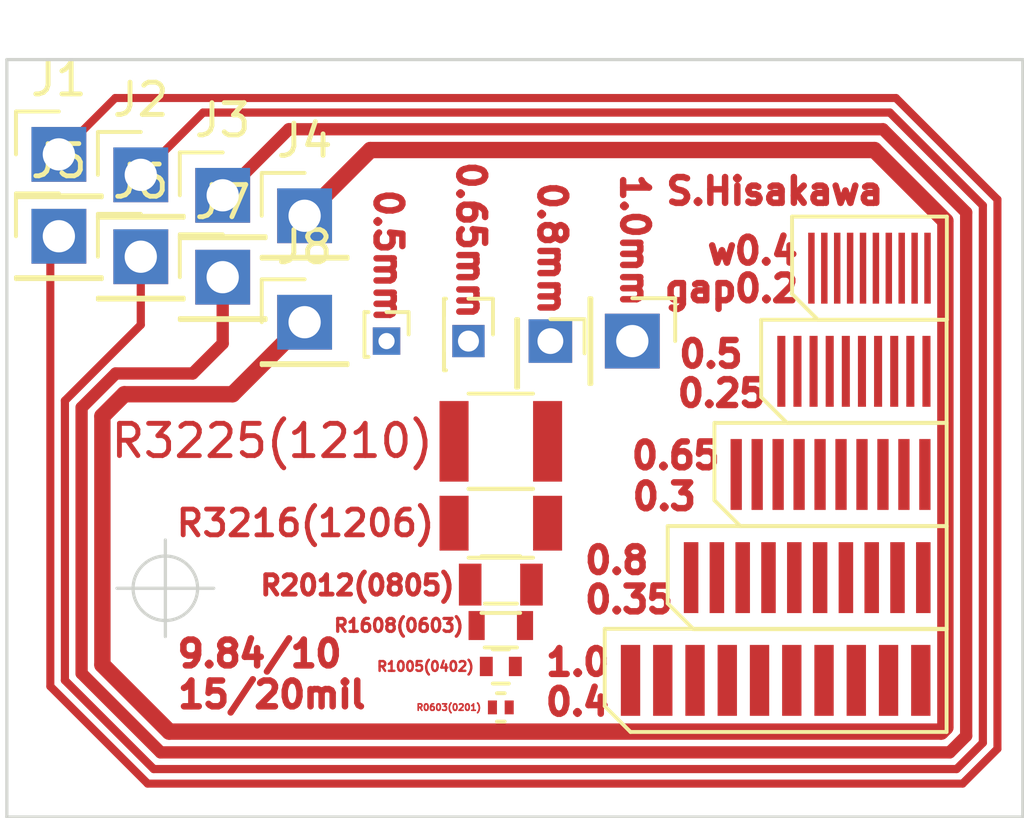
<source format=kicad_pcb>
(kicad_pcb (version 20171130) (host pcbnew "(5.1.6-0-10_14)")

  (general
    (thickness 1.6)
    (drawings 23)
    (tracks 42)
    (zones 0)
    (modules 23)
    (nets 5)
  )

  (page A4)
  (layers
    (0 F.Cu signal)
    (31 B.Cu signal)
    (32 B.Adhes user)
    (33 F.Adhes user)
    (34 B.Paste user)
    (35 F.Paste user)
    (36 B.SilkS user)
    (37 F.SilkS user hide)
    (38 B.Mask user)
    (39 F.Mask user)
    (40 Dwgs.User user)
    (41 Cmts.User user)
    (42 Eco1.User user)
    (43 Eco2.User user)
    (44 Edge.Cuts user)
    (45 Margin user)
    (46 B.CrtYd user hide)
    (47 F.CrtYd user hide)
    (48 B.Fab user hide)
    (49 F.Fab user hide)
  )

  (setup
    (last_trace_width 0.25)
    (user_trace_width 0.254)
    (user_trace_width 0.381)
    (user_trace_width 0.508)
    (trace_clearance 0.2)
    (zone_clearance 0.508)
    (zone_45_only no)
    (trace_min 0.2)
    (via_size 0.8)
    (via_drill 0.4)
    (via_min_size 0.4)
    (via_min_drill 0.3)
    (uvia_size 0.3)
    (uvia_drill 0.1)
    (uvias_allowed no)
    (uvia_min_size 0.2)
    (uvia_min_drill 0.1)
    (edge_width 0.1)
    (segment_width 0.2)
    (pcb_text_width 0.3)
    (pcb_text_size 1.5 1.5)
    (mod_edge_width 0.15)
    (mod_text_size 1 1)
    (mod_text_width 0.15)
    (pad_size 0.85 0.85)
    (pad_drill 0.5)
    (pad_to_mask_clearance 0)
    (aux_axis_origin 0 0)
    (visible_elements FFFFFF7F)
    (pcbplotparams
      (layerselection 0x010fc_ffffffff)
      (usegerberextensions false)
      (usegerberattributes true)
      (usegerberadvancedattributes true)
      (creategerberjobfile true)
      (excludeedgelayer true)
      (linewidth 0.100000)
      (plotframeref false)
      (viasonmask false)
      (mode 1)
      (useauxorigin false)
      (hpglpennumber 1)
      (hpglpenspeed 20)
      (hpglpendiameter 15.000000)
      (psnegative false)
      (psa4output false)
      (plotreference true)
      (plotvalue true)
      (plotinvisibletext false)
      (padsonsilk false)
      (subtractmaskfromsilk false)
      (outputformat 1)
      (mirror false)
      (drillshape 1)
      (scaleselection 1)
      (outputdirectory ""))
  )

  (net 0 "")
  (net 1 "Net-(J1-Pad1)")
  (net 2 "Net-(J2-Pad1)")
  (net 3 "Net-(J3-Pad1)")
  (net 4 "Net-(J4-Pad1)")

  (net_class Default "This is the default net class."
    (clearance 0.2)
    (trace_width 0.25)
    (via_dia 0.8)
    (via_drill 0.4)
    (uvia_dia 0.3)
    (uvia_drill 0.1)
    (add_net "Net-(J1-Pad1)")
    (add_net "Net-(J2-Pad1)")
    (add_net "Net-(J3-Pad1)")
    (add_net "Net-(J4-Pad1)")
  )

  (module fiberPCB:SOIC-10-0.4-gap0.2 (layer F.Cu) (tedit 0) (tstamp 60095669)
    (at 167.2463 39.4716)
    (path /600C47A1)
    (attr smd)
    (fp_text reference P.1 (at 0 2.6) (layer F.SilkS) hide
      (effects (font (size 1 1) (thickness 0.15)))
    )
    (fp_text value Conn_01x10_Male (at 0 -2.6) (layer F.Fab)
      (effects (font (size 1 1) (thickness 0.15)))
    )
    (fp_line (start -1.6 1.6) (end -2.4 0.8) (layer F.SilkS) (width 0.12))
    (fp_line (start -2.4 0.8) (end -2.4 -1.6) (layer F.SilkS) (width 0.12))
    (fp_line (start -2.4 -1.6) (end 2.4 -1.6) (layer F.SilkS) (width 0.12))
    (fp_line (start 2.4 -1.6) (end 2.4 1.6) (layer F.SilkS) (width 0.12))
    (fp_line (start 2.4 1.6) (end -1.6 1.6) (layer F.SilkS) (width 0.12))
    (fp_line (start -2.15 -1.35) (end 2.15 -1.35) (layer F.CrtYd) (width 0.05))
    (fp_line (start 2.15 -1.35) (end 2.15 1.35) (layer F.CrtYd) (width 0.05))
    (fp_line (start 2.15 1.35) (end -2.15 1.35) (layer F.CrtYd) (width 0.05))
    (fp_line (start -2.15 1.35) (end -2.15 -1.35) (layer F.CrtYd) (width 0.05))
    (pad 10 smd rect (at 1.8 0) (size 0.2 2.2) (layers F.Cu F.Paste F.Mask))
    (pad 9 smd rect (at 1.4 0) (size 0.2 2.2) (layers F.Cu F.Paste F.Mask))
    (pad 8 smd rect (at 1 0) (size 0.2 2.2) (layers F.Cu F.Paste F.Mask))
    (pad 7 smd rect (at 0.6 0) (size 0.2 2.2) (layers F.Cu F.Paste F.Mask))
    (pad 6 smd rect (at 0.2 0) (size 0.2 2.2) (layers F.Cu F.Paste F.Mask))
    (pad 5 smd rect (at -0.2 0) (size 0.2 2.2) (layers F.Cu F.Paste F.Mask))
    (pad 4 smd rect (at -0.6 0) (size 0.2 2.2) (layers F.Cu F.Paste F.Mask))
    (pad 3 smd rect (at -1 0) (size 0.2 2.2) (layers F.Cu F.Paste F.Mask))
    (pad 2 smd rect (at -1.4 0) (size 0.2 2.2) (layers F.Cu F.Paste F.Mask))
    (pad 1 smd rect (at -1.8 0) (size 0.2 2.2) (layers F.Cu F.Paste F.Mask))
  )

  (module Resistors_SMD:R_1210 (layer F.Cu) (tedit 58E0A804) (tstamp 600956E3)
    (at 155.8163 44.8437)
    (descr "Resistor SMD 1210, reflow soldering, Vishay (see dcrcw.pdf)")
    (tags "resistor 1210")
    (path /600B8FB5)
    (attr smd)
    (fp_text reference "R3225(1210)" (at -7.0866 -0.0127) (layer F.Cu)
      (effects (font (size 1 1) (thickness 0.15)))
    )
    (fp_text value Conn_01x02_Male (at 0 2.4) (layer F.Fab)
      (effects (font (size 1 1) (thickness 0.15)))
    )
    (fp_line (start 2.15 1.5) (end -2.15 1.5) (layer F.CrtYd) (width 0.05))
    (fp_line (start 2.15 1.5) (end 2.15 -1.5) (layer F.CrtYd) (width 0.05))
    (fp_line (start -2.15 -1.5) (end -2.15 1.5) (layer F.CrtYd) (width 0.05))
    (fp_line (start -2.15 -1.5) (end 2.15 -1.5) (layer F.CrtYd) (width 0.05))
    (fp_line (start -1 -1.48) (end 1 -1.48) (layer F.SilkS) (width 0.12))
    (fp_line (start 1 1.48) (end -1 1.48) (layer F.SilkS) (width 0.12))
    (fp_line (start -1.6 -1.25) (end 1.6 -1.25) (layer F.Fab) (width 0.1))
    (fp_line (start 1.6 -1.25) (end 1.6 1.25) (layer F.Fab) (width 0.1))
    (fp_line (start 1.6 1.25) (end -1.6 1.25) (layer F.Fab) (width 0.1))
    (fp_line (start -1.6 1.25) (end -1.6 -1.25) (layer F.Fab) (width 0.1))
    (fp_text user %R (at 0 0) (layer F.Fab)
      (effects (font (size 0.7 0.7) (thickness 0.105)))
    )
    (pad 1 smd rect (at -1.45 0) (size 0.9 2.5) (layers F.Cu F.Paste F.Mask))
    (pad 2 smd rect (at 1.45 0) (size 0.9 2.5) (layers F.Cu F.Paste F.Mask))
    (model ${KISYS3DMOD}/Resistors_SMD.3dshapes/R_1210.wrl
      (at (xyz 0 0 0))
      (scale (xyz 1 1 1))
      (rotate (xyz 0 0 0))
    )
  )

  (module Resistors_SMD:R_1206 (layer F.Cu) (tedit 58E0A804) (tstamp 600956E0)
    (at 155.8163 47.3837)
    (descr "Resistor SMD 1206, reflow soldering, Vishay (see dcrcw.pdf)")
    (tags "resistor 1206")
    (path /600B1D49)
    (attr smd)
    (fp_text reference "R3216(1206)" (at -6.0579 0) (layer F.Cu)
      (effects (font (size 0.8 0.8) (thickness 0.15)))
    )
    (fp_text value Conn_01x02_Male (at 0 1.95) (layer F.Fab)
      (effects (font (size 1 1) (thickness 0.15)))
    )
    (fp_line (start 2.15 1.1) (end -2.15 1.1) (layer F.CrtYd) (width 0.05))
    (fp_line (start 2.15 1.1) (end 2.15 -1.11) (layer F.CrtYd) (width 0.05))
    (fp_line (start -2.15 -1.11) (end -2.15 1.1) (layer F.CrtYd) (width 0.05))
    (fp_line (start -2.15 -1.11) (end 2.15 -1.11) (layer F.CrtYd) (width 0.05))
    (fp_line (start -1 -1.07) (end 1 -1.07) (layer F.SilkS) (width 0.12))
    (fp_line (start 1 1.07) (end -1 1.07) (layer F.SilkS) (width 0.12))
    (fp_line (start -1.6 -0.8) (end 1.6 -0.8) (layer F.Fab) (width 0.1))
    (fp_line (start 1.6 -0.8) (end 1.6 0.8) (layer F.Fab) (width 0.1))
    (fp_line (start 1.6 0.8) (end -1.6 0.8) (layer F.Fab) (width 0.1))
    (fp_line (start -1.6 0.8) (end -1.6 -0.8) (layer F.Fab) (width 0.1))
    (fp_text user %R (at 0 0) (layer F.Fab)
      (effects (font (size 0.7 0.7) (thickness 0.105)))
    )
    (pad 1 smd rect (at -1.45 0) (size 0.9 1.7) (layers F.Cu F.Paste F.Mask))
    (pad 2 smd rect (at 1.45 0) (size 0.9 1.7) (layers F.Cu F.Paste F.Mask))
    (model ${KISYS3DMOD}/Resistors_SMD.3dshapes/R_1206.wrl
      (at (xyz 0 0 0))
      (scale (xyz 1 1 1))
      (rotate (xyz 0 0 0))
    )
  )

  (module Resistors_SMD:R_0805 (layer F.Cu) (tedit 58E0A804) (tstamp 600956DD)
    (at 155.8163 49.2887)
    (descr "Resistor SMD 0805, reflow soldering, Vishay (see dcrcw.pdf)")
    (tags "resistor 0805")
    (path /600B1466)
    (attr smd)
    (fp_text reference "R2012(0805)" (at -4.445 0.0254) (layer F.Cu)
      (effects (font (size 0.6 0.6) (thickness 0.15)))
    )
    (fp_text value Conn_01x02_Male (at 0 1.75) (layer F.Fab)
      (effects (font (size 1 1) (thickness 0.15)))
    )
    (fp_line (start 1.55 0.9) (end -1.55 0.9) (layer F.CrtYd) (width 0.05))
    (fp_line (start 1.55 0.9) (end 1.55 -0.9) (layer F.CrtYd) (width 0.05))
    (fp_line (start -1.55 -0.9) (end -1.55 0.9) (layer F.CrtYd) (width 0.05))
    (fp_line (start -1.55 -0.9) (end 1.55 -0.9) (layer F.CrtYd) (width 0.05))
    (fp_line (start -0.6 -0.88) (end 0.6 -0.88) (layer F.SilkS) (width 0.12))
    (fp_line (start 0.6 0.88) (end -0.6 0.88) (layer F.SilkS) (width 0.12))
    (fp_line (start -1 -0.62) (end 1 -0.62) (layer F.Fab) (width 0.1))
    (fp_line (start 1 -0.62) (end 1 0.62) (layer F.Fab) (width 0.1))
    (fp_line (start 1 0.62) (end -1 0.62) (layer F.Fab) (width 0.1))
    (fp_line (start -1 0.62) (end -1 -0.62) (layer F.Fab) (width 0.1))
    (fp_text user %R (at 0 0) (layer F.Fab)
      (effects (font (size 0.5 0.5) (thickness 0.075)))
    )
    (pad 1 smd rect (at -0.95 0) (size 0.7 1.3) (layers F.Cu F.Paste F.Mask))
    (pad 2 smd rect (at 0.95 0) (size 0.7 1.3) (layers F.Cu F.Paste F.Mask))
    (model ${KISYS3DMOD}/Resistors_SMD.3dshapes/R_0805.wrl
      (at (xyz 0 0 0))
      (scale (xyz 1 1 1))
      (rotate (xyz 0 0 0))
    )
  )

  (module Resistors_SMD:R_0603 (layer F.Cu) (tedit 58E0A804) (tstamp 600956DA)
    (at 155.8163 50.5587)
    (descr "Resistor SMD 0603, reflow soldering, Vishay (see dcrcw.pdf)")
    (tags "resistor 0603")
    (path /600AFE65)
    (attr smd)
    (fp_text reference "R1608(0603)" (at -3.1623 0) (layer F.Cu)
      (effects (font (size 0.4 0.4) (thickness 0.1)))
    )
    (fp_text value Conn_01x02_Male (at 0 1.5) (layer F.Fab)
      (effects (font (size 1 1) (thickness 0.15)))
    )
    (fp_line (start 1.25 0.7) (end -1.25 0.7) (layer F.CrtYd) (width 0.05))
    (fp_line (start 1.25 0.7) (end 1.25 -0.7) (layer F.CrtYd) (width 0.05))
    (fp_line (start -1.25 -0.7) (end -1.25 0.7) (layer F.CrtYd) (width 0.05))
    (fp_line (start -1.25 -0.7) (end 1.25 -0.7) (layer F.CrtYd) (width 0.05))
    (fp_line (start -0.5 -0.68) (end 0.5 -0.68) (layer F.SilkS) (width 0.12))
    (fp_line (start 0.5 0.68) (end -0.5 0.68) (layer F.SilkS) (width 0.12))
    (fp_line (start -0.8 -0.4) (end 0.8 -0.4) (layer F.Fab) (width 0.1))
    (fp_line (start 0.8 -0.4) (end 0.8 0.4) (layer F.Fab) (width 0.1))
    (fp_line (start 0.8 0.4) (end -0.8 0.4) (layer F.Fab) (width 0.1))
    (fp_line (start -0.8 0.4) (end -0.8 -0.4) (layer F.Fab) (width 0.1))
    (fp_text user %R (at 0 0) (layer F.Fab)
      (effects (font (size 0.4 0.4) (thickness 0.075)))
    )
    (pad 1 smd rect (at -0.75 0) (size 0.5 0.9) (layers F.Cu F.Paste F.Mask))
    (pad 2 smd rect (at 0.75 0) (size 0.5 0.9) (layers F.Cu F.Paste F.Mask))
    (model ${KISYS3DMOD}/Resistors_SMD.3dshapes/R_0603.wrl
      (at (xyz 0 0 0))
      (scale (xyz 1 1 1))
      (rotate (xyz 0 0 0))
    )
  )

  (module Resistors_SMD:R_0402 (layer F.Cu) (tedit 58E0A804) (tstamp 60096377)
    (at 155.8163 51.8287)
    (descr "Resistor SMD 0402, reflow soldering, Vishay (see dcrcw.pdf)")
    (tags "resistor 0402")
    (path /600B41BA)
    (attr smd)
    (fp_text reference "R1005(0402)" (at -2.3368 0) (layer F.Cu)
      (effects (font (size 0.3 0.3) (thickness 0.075)))
    )
    (fp_text value Conn_01x02_Male (at 0 1.45) (layer F.Fab)
      (effects (font (size 1 1) (thickness 0.15)))
    )
    (fp_line (start 0.8 0.45) (end -0.8 0.45) (layer F.CrtYd) (width 0.05))
    (fp_line (start 0.8 0.45) (end 0.8 -0.45) (layer F.CrtYd) (width 0.05))
    (fp_line (start -0.8 -0.45) (end -0.8 0.45) (layer F.CrtYd) (width 0.05))
    (fp_line (start -0.8 -0.45) (end 0.8 -0.45) (layer F.CrtYd) (width 0.05))
    (fp_line (start -0.25 0.53) (end 0.25 0.53) (layer F.SilkS) (width 0.12))
    (fp_line (start 0.25 -0.53) (end -0.25 -0.53) (layer F.SilkS) (width 0.12))
    (fp_line (start -0.5 -0.25) (end 0.5 -0.25) (layer F.Fab) (width 0.1))
    (fp_line (start 0.5 -0.25) (end 0.5 0.25) (layer F.Fab) (width 0.1))
    (fp_line (start 0.5 0.25) (end -0.5 0.25) (layer F.Fab) (width 0.1))
    (fp_line (start -0.5 0.25) (end -0.5 -0.25) (layer F.Fab) (width 0.1))
    (fp_text user %R (at 0 -1.35) (layer F.Fab)
      (effects (font (size 1 1) (thickness 0.15)))
    )
    (pad 1 smd rect (at -0.45 0) (size 0.4 0.6) (layers F.Cu F.Paste F.Mask))
    (pad 2 smd rect (at 0.45 0) (size 0.4 0.6) (layers F.Cu F.Paste F.Mask))
    (model ${KISYS3DMOD}/Resistors_SMD.3dshapes/R_0402.wrl
      (at (xyz 0 0 0))
      (scale (xyz 1 1 1))
      (rotate (xyz 0 0 0))
    )
  )

  (module Resistors_SMD:R_0201 (layer F.Cu) (tedit 58E0A804) (tstamp 600963A7)
    (at 155.8163 53.0987)
    (descr "Resistor SMD 0201, reflow soldering, Vishay (see crcw0201e3.pdf)")
    (tags "resistor 0201")
    (path /600B6EEB)
    (attr smd)
    (fp_text reference "R0603(0201)" (at -1.6129 0) (layer F.Cu)
      (effects (font (size 0.2 0.2) (thickness 0.05)))
    )
    (fp_text value Conn_01x02_Male (at 0 1.3) (layer F.Fab)
      (effects (font (size 1 1) (thickness 0.15)))
    )
    (fp_line (start 0.55 0.36) (end -0.55 0.36) (layer F.CrtYd) (width 0.05))
    (fp_line (start 0.55 0.36) (end 0.55 -0.37) (layer F.CrtYd) (width 0.05))
    (fp_line (start -0.55 -0.37) (end -0.55 0.36) (layer F.CrtYd) (width 0.05))
    (fp_line (start -0.55 -0.37) (end 0.55 -0.37) (layer F.CrtYd) (width 0.05))
    (fp_line (start -0.12 0.44) (end 0.12 0.44) (layer F.SilkS) (width 0.12))
    (fp_line (start 0.12 -0.44) (end -0.12 -0.44) (layer F.SilkS) (width 0.12))
    (fp_line (start -0.3 -0.15) (end 0.3 -0.15) (layer F.Fab) (width 0.1))
    (fp_line (start 0.3 -0.15) (end 0.3 0.15) (layer F.Fab) (width 0.1))
    (fp_line (start 0.3 0.15) (end -0.3 0.15) (layer F.Fab) (width 0.1))
    (fp_line (start -0.3 0.15) (end -0.3 -0.15) (layer F.Fab) (width 0.1))
    (fp_text user %R (at 0 -1.25) (layer F.Fab)
      (effects (font (size 1 1) (thickness 0.15)))
    )
    (pad 1 smd rect (at -0.26 0) (size 0.28 0.43) (layers F.Cu F.Paste F.Mask))
    (pad 2 smd rect (at 0.26 0) (size 0.28 0.43) (layers F.Cu F.Paste F.Mask))
    (model ${KISYS3DMOD}/Resistors_SMD.3dshapes/R_0201.wrl
      (at (xyz 0 0 0))
      (scale (xyz 1 1 1))
      (rotate (xyz 0 0 0))
    )
  )

  (module Pin_Headers:Pin_Header_Straight_1x01_Pitch2.54mm (layer F.Cu) (tedit 60093562) (tstamp 600956D1)
    (at 159.893 41.734 270)
    (descr "Through hole straight pin header, 1x01, 2.54mm pitch, single row")
    (tags "Through hole pin header THT 1x01 2.54mm single row")
    (path /600C2F8F)
    (fp_text reference PH_Pitch2.54 (at 0 -2.33 90) (layer F.SilkS) hide
      (effects (font (size 1 1) (thickness 0.15)))
    )
    (fp_text value Conn_01x01_Male (at 0 2.33 90) (layer F.Fab)
      (effects (font (size 1 1) (thickness 0.15)))
    )
    (fp_line (start 1.8 -1.8) (end -1.8 -1.8) (layer F.CrtYd) (width 0.05))
    (fp_line (start 1.8 1.8) (end 1.8 -1.8) (layer F.CrtYd) (width 0.05))
    (fp_line (start -1.8 1.8) (end 1.8 1.8) (layer F.CrtYd) (width 0.05))
    (fp_line (start -1.8 -1.8) (end -1.8 1.8) (layer F.CrtYd) (width 0.05))
    (fp_line (start -1.33 -1.33) (end 0 -1.33) (layer F.SilkS) (width 0.12))
    (fp_line (start -1.33 0) (end -1.33 -1.33) (layer F.SilkS) (width 0.12))
    (fp_line (start -1.33 1.27) (end 1.33 1.27) (layer F.SilkS) (width 0.12))
    (fp_line (start 1.33 1.27) (end 1.33 1.33) (layer F.SilkS) (width 0.12))
    (fp_line (start -1.33 1.27) (end -1.33 1.33) (layer F.SilkS) (width 0.12))
    (fp_line (start -1.33 1.33) (end 1.33 1.33) (layer F.SilkS) (width 0.12))
    (fp_line (start -1.27 -0.635) (end -0.635 -1.27) (layer F.Fab) (width 0.1))
    (fp_line (start -1.27 1.27) (end -1.27 -0.635) (layer F.Fab) (width 0.1))
    (fp_line (start 1.27 1.27) (end -1.27 1.27) (layer F.Fab) (width 0.1))
    (fp_line (start 1.27 -1.27) (end 1.27 1.27) (layer F.Fab) (width 0.1))
    (fp_line (start -0.635 -1.27) (end 1.27 -1.27) (layer F.Fab) (width 0.1))
    (fp_text user %R (at 0 0) (layer F.Fab)
      (effects (font (size 1 1) (thickness 0.15)))
    )
    (pad 1 thru_hole rect (at 0 0 270) (size 1.7 1.7) (drill 1) (layers *.Cu *.Mask))
    (model ${KISYS3DMOD}/Pin_Headers.3dshapes/Pin_Header_Straight_1x01_Pitch2.54mm.wrl
      (at (xyz 0 0 0))
      (scale (xyz 1 1 1))
      (rotate (xyz 0 0 0))
    )
  )

  (module Pin_Headers:Pin_Header_Straight_1x01_Pitch2.00mm (layer F.Cu) (tedit 60093566) (tstamp 600956CE)
    (at 157.353 42.114 270)
    (descr "Through hole straight pin header, 1x01, 2.00mm pitch, single row")
    (tags "Through hole pin header THT 1x01 2.00mm single row")
    (path /600C18C8)
    (fp_text reference PH_Pitch2.00 (at 0 -2.06 90) (layer F.SilkS) hide
      (effects (font (size 1 1) (thickness 0.15)))
    )
    (fp_text value Conn_01x01_Male (at 0 2.06 90) (layer F.Fab)
      (effects (font (size 1 1) (thickness 0.15)))
    )
    (fp_line (start 1.5 -1.5) (end -1.5 -1.5) (layer F.CrtYd) (width 0.05))
    (fp_line (start 1.5 1.5) (end 1.5 -1.5) (layer F.CrtYd) (width 0.05))
    (fp_line (start -1.5 1.5) (end 1.5 1.5) (layer F.CrtYd) (width 0.05))
    (fp_line (start -1.5 -1.5) (end -1.5 1.5) (layer F.CrtYd) (width 0.05))
    (fp_line (start -1.06 -1.06) (end 0 -1.06) (layer F.SilkS) (width 0.12))
    (fp_line (start -1.06 0) (end -1.06 -1.06) (layer F.SilkS) (width 0.12))
    (fp_line (start -1.06 1) (end 1.06 1) (layer F.SilkS) (width 0.12))
    (fp_line (start 1.06 1) (end 1.06 1.06) (layer F.SilkS) (width 0.12))
    (fp_line (start -1.06 1) (end -1.06 1.06) (layer F.SilkS) (width 0.12))
    (fp_line (start -1.06 1.06) (end 1.06 1.06) (layer F.SilkS) (width 0.12))
    (fp_line (start -1 -0.5) (end -0.5 -1) (layer F.Fab) (width 0.1))
    (fp_line (start -1 1) (end -1 -0.5) (layer F.Fab) (width 0.1))
    (fp_line (start 1 1) (end -1 1) (layer F.Fab) (width 0.1))
    (fp_line (start 1 -1) (end 1 1) (layer F.Fab) (width 0.1))
    (fp_line (start -0.5 -1) (end 1 -1) (layer F.Fab) (width 0.1))
    (fp_text user %R (at 0 0) (layer F.Fab)
      (effects (font (size 1 1) (thickness 0.15)))
    )
    (pad 1 thru_hole rect (at -0.38 0 270) (size 1.35 1.35) (drill 0.8) (layers *.Cu *.Mask))
    (model ${KISYS3DMOD}/Pin_Headers.3dshapes/Pin_Header_Straight_1x01_Pitch2.00mm.wrl
      (at (xyz 0 0 0))
      (scale (xyz 1 1 1))
      (rotate (xyz 0 0 0))
    )
  )

  (module Pin_Headers:Pin_Header_Straight_1x01_Pitch1.00mm (layer F.Cu) (tedit 6009356D) (tstamp 600956CB)
    (at 152.273 41.529 270)
    (descr "Through hole straight pin header, 1x01, 1.00mm pitch, single row")
    (tags "Through hole pin header THT 1x01 1.00mm single row")
    (path /600C05F6)
    (fp_text reference PH_Pitch1.00 (at 0 -1.56 90) (layer F.SilkS) hide
      (effects (font (size 1 1) (thickness 0.15)))
    )
    (fp_text value Conn_01x01_Male (at 0 1.56 90) (layer F.Fab)
      (effects (font (size 1 1) (thickness 0.15)))
    )
    (fp_line (start 1.15 -1) (end -1.15 -1) (layer F.CrtYd) (width 0.05))
    (fp_line (start 1.15 1) (end 1.15 -1) (layer F.CrtYd) (width 0.05))
    (fp_line (start -1.15 1) (end 1.15 1) (layer F.CrtYd) (width 0.05))
    (fp_line (start -1.15 -1) (end -1.15 1) (layer F.CrtYd) (width 0.05))
    (fp_line (start -0.695 -0.685) (end 0 -0.685) (layer F.SilkS) (width 0.12))
    (fp_line (start -0.695 0) (end -0.695 -0.685) (layer F.SilkS) (width 0.12))
    (fp_line (start 0.608276 0.685) (end 0.695 0.685) (layer F.SilkS) (width 0.12))
    (fp_line (start -0.695 0.685) (end -0.608276 0.685) (layer F.SilkS) (width 0.12))
    (fp_line (start 0.695 0.685) (end 0.695 0.56) (layer F.SilkS) (width 0.12))
    (fp_line (start -0.695 0.685) (end -0.695 0.56) (layer F.SilkS) (width 0.12))
    (fp_line (start -0.695 0.685) (end 0.695 0.685) (layer F.SilkS) (width 0.12))
    (fp_line (start -0.635 -0.1825) (end -0.3175 -0.5) (layer F.Fab) (width 0.1))
    (fp_line (start -0.635 0.5) (end -0.635 -0.1825) (layer F.Fab) (width 0.1))
    (fp_line (start 0.635 0.5) (end -0.635 0.5) (layer F.Fab) (width 0.1))
    (fp_line (start 0.635 -0.5) (end 0.635 0.5) (layer F.Fab) (width 0.1))
    (fp_line (start -0.3175 -0.5) (end 0.635 -0.5) (layer F.Fab) (width 0.1))
    (fp_text user %R (at 0 0) (layer F.Fab)
      (effects (font (size 0.76 0.76) (thickness 0.114)))
    )
    (pad 1 thru_hole rect (at 0.205 0 270) (size 0.85 0.85) (drill 0.5) (layers *.Cu *.Mask))
    (model ${KISYS3DMOD}/Pin_Headers.3dshapes/Pin_Header_Straight_1x01_Pitch1.00mm.wrl
      (at (xyz 0 0 0))
      (scale (xyz 1 1 1))
      (rotate (xyz 0 0 0))
    )
  )

  (module Pin_Headers:Pin_Header_Straight_1x01_Pitch1.27mm (layer F.Cu) (tedit 6009356A) (tstamp 600956C8)
    (at 154.813 41.529 270)
    (descr "Through hole straight pin header, 1x01, 1.27mm pitch, single row")
    (tags "Through hole pin header THT 1x01 1.27mm single row")
    (path /600C0F74)
    (fp_text reference PH_Pitch1.27 (at 0 -1.695 90) (layer F.SilkS) hide
      (effects (font (size 1 1) (thickness 0.15)))
    )
    (fp_text value Conn_01x01_Male (at 0 1.695 90) (layer F.Fab)
      (effects (font (size 1 1) (thickness 0.15)))
    )
    (fp_line (start 1.55 -1.15) (end -1.55 -1.15) (layer F.CrtYd) (width 0.05))
    (fp_line (start 1.55 1.15) (end 1.55 -1.15) (layer F.CrtYd) (width 0.05))
    (fp_line (start -1.55 1.15) (end 1.55 1.15) (layer F.CrtYd) (width 0.05))
    (fp_line (start -1.55 -1.15) (end -1.55 1.15) (layer F.CrtYd) (width 0.05))
    (fp_line (start -1.11 -0.76) (end 0 -0.76) (layer F.SilkS) (width 0.12))
    (fp_line (start -1.11 0) (end -1.11 -0.76) (layer F.SilkS) (width 0.12))
    (fp_line (start 0.563471 0.76) (end 1.11 0.76) (layer F.SilkS) (width 0.12))
    (fp_line (start -1.11 0.76) (end -0.563471 0.76) (layer F.SilkS) (width 0.12))
    (fp_line (start 1.11 0.76) (end 1.11 0.695) (layer F.SilkS) (width 0.12))
    (fp_line (start -1.11 0.76) (end -1.11 0.695) (layer F.SilkS) (width 0.12))
    (fp_line (start -1.11 0.76) (end 1.11 0.76) (layer F.SilkS) (width 0.12))
    (fp_line (start -1.05 -0.11) (end -0.525 -0.635) (layer F.Fab) (width 0.1))
    (fp_line (start -1.05 0.635) (end -1.05 -0.11) (layer F.Fab) (width 0.1))
    (fp_line (start 1.05 0.635) (end -1.05 0.635) (layer F.Fab) (width 0.1))
    (fp_line (start 1.05 -0.635) (end 1.05 0.635) (layer F.Fab) (width 0.1))
    (fp_line (start -0.525 -0.635) (end 1.05 -0.635) (layer F.Fab) (width 0.1))
    (fp_text user %R (at 0 0) (layer F.Fab)
      (effects (font (size 1 1) (thickness 0.15)))
    )
    (pad 1 thru_hole rect (at 0.205 0 270) (size 1 1) (drill 0.65) (layers *.Cu *.Mask))
    (model ${KISYS3DMOD}/Pin_Headers.3dshapes/Pin_Header_Straight_1x01_Pitch1.27mm.wrl
      (at (xyz 0 0 0))
      (scale (xyz 1 1 1))
      (rotate (xyz 0 0 0))
    )
  )

  (module fiberPCB:SOIC-10-1.0-gap0.4 (layer F.Cu) (tedit 0) (tstamp 60096225)
    (at 164.338 52.2605)
    (path /600CAFD7)
    (attr smd)
    (fp_text reference P5 (at 0 2.6) (layer F.SilkS) hide
      (effects (font (size 1 1) (thickness 0.15)))
    )
    (fp_text value Conn_01x10_Male (at 0 -2.6) (layer F.Fab)
      (effects (font (size 1 1) (thickness 0.15)))
    )
    (fp_line (start -4.5 1.6) (end -5.3 0.8) (layer F.SilkS) (width 0.12))
    (fp_line (start -5.3 0.8) (end -5.3 -1.6) (layer F.SilkS) (width 0.12))
    (fp_line (start -5.3 -1.6) (end 5.3 -1.6) (layer F.SilkS) (width 0.12))
    (fp_line (start 5.3 -1.6) (end 5.3 1.6) (layer F.SilkS) (width 0.12))
    (fp_line (start 5.3 1.6) (end -4.5 1.6) (layer F.SilkS) (width 0.12))
    (fp_line (start -5.05 -1.35) (end 5.05 -1.35) (layer F.CrtYd) (width 0.05))
    (fp_line (start 5.05 -1.35) (end 5.05 1.35) (layer F.CrtYd) (width 0.05))
    (fp_line (start 5.05 1.35) (end -5.05 1.35) (layer F.CrtYd) (width 0.05))
    (fp_line (start -5.05 1.35) (end -5.05 -1.35) (layer F.CrtYd) (width 0.05))
    (pad 10 smd rect (at 4.5 0) (size 0.6 2.2) (layers F.Cu F.Paste F.Mask))
    (pad 9 smd rect (at 3.5 0) (size 0.6 2.2) (layers F.Cu F.Paste F.Mask))
    (pad 8 smd rect (at 2.5 0) (size 0.6 2.2) (layers F.Cu F.Paste F.Mask))
    (pad 7 smd rect (at 1.5 0) (size 0.6 2.2) (layers F.Cu F.Paste F.Mask))
    (pad 6 smd rect (at 0.5 0) (size 0.6 2.2) (layers F.Cu F.Paste F.Mask))
    (pad 5 smd rect (at -0.5 0) (size 0.6 2.2) (layers F.Cu F.Paste F.Mask))
    (pad 4 smd rect (at -1.5 0) (size 0.6 2.2) (layers F.Cu F.Paste F.Mask))
    (pad 3 smd rect (at -2.5 0) (size 0.6 2.2) (layers F.Cu F.Paste F.Mask))
    (pad 2 smd rect (at -3.5 0) (size 0.6 2.2) (layers F.Cu F.Paste F.Mask))
    (pad 1 smd rect (at -4.5 0) (size 0.6 2.2) (layers F.Cu F.Paste F.Mask))
  )

  (module fiberPCB:SOIC-10-0.8-gap0.35 (layer F.Cu) (tedit 0) (tstamp 600960A7)
    (at 165.3159 49.0728)
    (path /600C964E)
    (attr smd)
    (fp_text reference P.4 (at 0 2.6) (layer F.SilkS) hide
      (effects (font (size 1 1) (thickness 0.15)))
    )
    (fp_text value Conn_01x10_Male (at 0 -2.6) (layer F.Fab)
      (effects (font (size 1 1) (thickness 0.15)))
    )
    (fp_line (start -3.525 1.6) (end -4.325 0.8) (layer F.SilkS) (width 0.12))
    (fp_line (start -4.325 0.8) (end -4.325 -1.6) (layer F.SilkS) (width 0.12))
    (fp_line (start -4.325 -1.6) (end 4.325 -1.6) (layer F.SilkS) (width 0.12))
    (fp_line (start 4.325 -1.6) (end 4.325 1.6) (layer F.SilkS) (width 0.12))
    (fp_line (start 4.325 1.6) (end -3.525 1.6) (layer F.SilkS) (width 0.12))
    (fp_line (start -4.08 -1.35) (end 4.08 -1.35) (layer F.CrtYd) (width 0.05))
    (fp_line (start 4.08 -1.35) (end 4.08 1.35) (layer F.CrtYd) (width 0.05))
    (fp_line (start 4.08 1.35) (end -4.08 1.35) (layer F.CrtYd) (width 0.05))
    (fp_line (start -4.08 1.35) (end -4.08 -1.35) (layer F.CrtYd) (width 0.05))
    (pad 10 smd rect (at 3.6 0) (size 0.45 2.2) (layers F.Cu F.Paste F.Mask))
    (pad 9 smd rect (at 2.8 0) (size 0.45 2.2) (layers F.Cu F.Paste F.Mask))
    (pad 8 smd rect (at 2 0) (size 0.45 2.2) (layers F.Cu F.Paste F.Mask))
    (pad 7 smd rect (at 1.2 0) (size 0.45 2.2) (layers F.Cu F.Paste F.Mask))
    (pad 6 smd rect (at 0.4 0) (size 0.45 2.2) (layers F.Cu F.Paste F.Mask))
    (pad 5 smd rect (at -0.4 0) (size 0.45 2.2) (layers F.Cu F.Paste F.Mask))
    (pad 4 smd rect (at -1.2 0) (size 0.45 2.2) (layers F.Cu F.Paste F.Mask))
    (pad 3 smd rect (at -2 0) (size 0.45 2.2) (layers F.Cu F.Paste F.Mask))
    (pad 2 smd rect (at -2.8 0) (size 0.45 2.2) (layers F.Cu F.Paste F.Mask))
    (pad 1 smd rect (at -3.6 0) (size 0.45 2.2) (layers F.Cu F.Paste F.Mask))
  )

  (module fiberPCB:SOIC-10-0.65-gap0.3 (layer F.Cu) (tedit 0) (tstamp 60095697)
    (at 166.0398 45.8724)
    (path /600C7871)
    (attr smd)
    (fp_text reference P.3 (at 0 2.6) (layer F.SilkS) hide
      (effects (font (size 1 1) (thickness 0.15)))
    )
    (fp_text value Conn_01x10_Male (at 0 -2.6) (layer F.Fab)
      (effects (font (size 1 1) (thickness 0.15)))
    )
    (fp_line (start -2.8 1.6) (end -3.6 0.8) (layer F.SilkS) (width 0.12))
    (fp_line (start -3.6 0.8) (end -3.6 -1.6) (layer F.SilkS) (width 0.12))
    (fp_line (start -3.6 -1.6) (end 3.6 -1.6) (layer F.SilkS) (width 0.12))
    (fp_line (start 3.6 -1.6) (end 3.6 1.6) (layer F.SilkS) (width 0.12))
    (fp_line (start 3.6 1.6) (end -2.8 1.6) (layer F.SilkS) (width 0.12))
    (fp_line (start -3.35 -1.35) (end 3.35 -1.35) (layer F.CrtYd) (width 0.05))
    (fp_line (start 3.35 -1.35) (end 3.35 1.35) (layer F.CrtYd) (width 0.05))
    (fp_line (start 3.35 1.35) (end -3.35 1.35) (layer F.CrtYd) (width 0.05))
    (fp_line (start -3.35 1.35) (end -3.35 -1.35) (layer F.CrtYd) (width 0.05))
    (pad 10 smd rect (at 2.925 0) (size 0.35 2.2) (layers F.Cu F.Paste F.Mask))
    (pad 9 smd rect (at 2.275 0) (size 0.35 2.2) (layers F.Cu F.Paste F.Mask))
    (pad 8 smd rect (at 1.625 0) (size 0.35 2.2) (layers F.Cu F.Paste F.Mask))
    (pad 7 smd rect (at 0.975 0) (size 0.35 2.2) (layers F.Cu F.Paste F.Mask))
    (pad 6 smd rect (at 0.325 0) (size 0.35 2.2) (layers F.Cu F.Paste F.Mask))
    (pad 5 smd rect (at -0.325 0) (size 0.35 2.2) (layers F.Cu F.Paste F.Mask))
    (pad 4 smd rect (at -0.975 0) (size 0.35 2.2) (layers F.Cu F.Paste F.Mask))
    (pad 3 smd rect (at -1.625 0) (size 0.35 2.2) (layers F.Cu F.Paste F.Mask))
    (pad 2 smd rect (at -2.275 0) (size 0.35 2.2) (layers F.Cu F.Paste F.Mask))
    (pad 1 smd rect (at -2.925 0) (size 0.35 2.2) (layers F.Cu F.Paste F.Mask))
  )

  (module fiberPCB:SOIC-10-0.5-gap0.25 (layer F.Cu) (tedit 0) (tstamp 60095C5B)
    (at 166.7637 42.672)
    (path /600C5B49)
    (attr smd)
    (fp_text reference P.2 (at 0 2.6) (layer F.SilkS) hide
      (effects (font (size 1 1) (thickness 0.15)))
    )
    (fp_text value Conn_01x10_Male (at 0 -2.6) (layer F.Fab)
      (effects (font (size 1 1) (thickness 0.15)))
    )
    (fp_line (start -2.63 1.35) (end -2.63 -1.35) (layer F.CrtYd) (width 0.05))
    (fp_line (start 2.63 1.35) (end -2.63 1.35) (layer F.CrtYd) (width 0.05))
    (fp_line (start 2.63 -1.35) (end 2.63 1.35) (layer F.CrtYd) (width 0.05))
    (fp_line (start -2.63 -1.35) (end 2.63 -1.35) (layer F.CrtYd) (width 0.05))
    (fp_line (start 2.875 1.6) (end -2.075 1.6) (layer F.SilkS) (width 0.12))
    (fp_line (start 2.875 -1.6) (end 2.875 1.6) (layer F.SilkS) (width 0.12))
    (fp_line (start -2.875 -1.6) (end 2.875 -1.6) (layer F.SilkS) (width 0.12))
    (fp_line (start -2.875 0.8) (end -2.875 -1.6) (layer F.SilkS) (width 0.12))
    (fp_line (start -2.075 1.6) (end -2.875 0.8) (layer F.SilkS) (width 0.12))
    (pad 10 smd rect (at 2.25 0) (size 0.25 2.2) (layers F.Cu F.Paste F.Mask))
    (pad 9 smd rect (at 1.75 0) (size 0.25 2.2) (layers F.Cu F.Paste F.Mask))
    (pad 8 smd rect (at 1.25 0) (size 0.25 2.2) (layers F.Cu F.Paste F.Mask))
    (pad 7 smd rect (at 0.75 0) (size 0.25 2.2) (layers F.Cu F.Paste F.Mask))
    (pad 6 smd rect (at 0.25 0) (size 0.25 2.2) (layers F.Cu F.Paste F.Mask))
    (pad 5 smd rect (at -0.25 0) (size 0.25 2.2) (layers F.Cu F.Paste F.Mask))
    (pad 4 smd rect (at -0.75 0) (size 0.25 2.2) (layers F.Cu F.Paste F.Mask))
    (pad 3 smd rect (at -1.25 0) (size 0.25 2.2) (layers F.Cu F.Paste F.Mask))
    (pad 2 smd rect (at -1.75 0) (size 0.25 2.2) (layers F.Cu F.Paste F.Mask))
    (pad 1 smd rect (at -2.25 0) (size 0.25 2.2) (layers F.Cu F.Paste F.Mask))
  )

  (module Pin_Headers:Pin_Header_Straight_1x01_Pitch2.54mm (layer F.Cu) (tedit 59650532) (tstamp 6009231A)
    (at 149.733 41.148)
    (descr "Through hole straight pin header, 1x01, 2.54mm pitch, single row")
    (tags "Through hole pin header THT 1x01 2.54mm single row")
    (path /60097B96)
    (fp_text reference J8 (at 0 -2.33) (layer F.SilkS)
      (effects (font (size 1 1) (thickness 0.15)))
    )
    (fp_text value Conn_01x01_Male (at 0 2.33) (layer F.Fab)
      (effects (font (size 1 1) (thickness 0.15)))
    )
    (fp_line (start 1.8 -1.8) (end -1.8 -1.8) (layer F.CrtYd) (width 0.05))
    (fp_line (start 1.8 1.8) (end 1.8 -1.8) (layer F.CrtYd) (width 0.05))
    (fp_line (start -1.8 1.8) (end 1.8 1.8) (layer F.CrtYd) (width 0.05))
    (fp_line (start -1.8 -1.8) (end -1.8 1.8) (layer F.CrtYd) (width 0.05))
    (fp_line (start -1.33 -1.33) (end 0 -1.33) (layer F.SilkS) (width 0.12))
    (fp_line (start -1.33 0) (end -1.33 -1.33) (layer F.SilkS) (width 0.12))
    (fp_line (start -1.33 1.27) (end 1.33 1.27) (layer F.SilkS) (width 0.12))
    (fp_line (start 1.33 1.27) (end 1.33 1.33) (layer F.SilkS) (width 0.12))
    (fp_line (start -1.33 1.27) (end -1.33 1.33) (layer F.SilkS) (width 0.12))
    (fp_line (start -1.33 1.33) (end 1.33 1.33) (layer F.SilkS) (width 0.12))
    (fp_line (start -1.27 -0.635) (end -0.635 -1.27) (layer F.Fab) (width 0.1))
    (fp_line (start -1.27 1.27) (end -1.27 -0.635) (layer F.Fab) (width 0.1))
    (fp_line (start 1.27 1.27) (end -1.27 1.27) (layer F.Fab) (width 0.1))
    (fp_line (start 1.27 -1.27) (end 1.27 1.27) (layer F.Fab) (width 0.1))
    (fp_line (start -0.635 -1.27) (end 1.27 -1.27) (layer F.Fab) (width 0.1))
    (fp_text user %R (at 0 0 90) (layer F.Fab)
      (effects (font (size 1 1) (thickness 0.15)))
    )
    (pad 1 thru_hole rect (at 0 0) (size 1.7 1.7) (drill 1) (layers *.Cu *.Mask)
      (net 4 "Net-(J4-Pad1)"))
    (model ${KISYS3DMOD}/Pin_Headers.3dshapes/Pin_Header_Straight_1x01_Pitch2.54mm.wrl
      (at (xyz 0 0 0))
      (scale (xyz 1 1 1))
      (rotate (xyz 0 0 0))
    )
  )

  (module Pin_Headers:Pin_Header_Straight_1x01_Pitch2.54mm (layer F.Cu) (tedit 59650532) (tstamp 60092312)
    (at 147.193 39.751)
    (descr "Through hole straight pin header, 1x01, 2.54mm pitch, single row")
    (tags "Through hole pin header THT 1x01 2.54mm single row")
    (path /60096F18)
    (fp_text reference J7 (at 0 -2.33) (layer F.SilkS)
      (effects (font (size 1 1) (thickness 0.15)))
    )
    (fp_text value Conn_01x01_Male (at 0 2.33) (layer F.Fab)
      (effects (font (size 1 1) (thickness 0.15)))
    )
    (fp_line (start 1.8 -1.8) (end -1.8 -1.8) (layer F.CrtYd) (width 0.05))
    (fp_line (start 1.8 1.8) (end 1.8 -1.8) (layer F.CrtYd) (width 0.05))
    (fp_line (start -1.8 1.8) (end 1.8 1.8) (layer F.CrtYd) (width 0.05))
    (fp_line (start -1.8 -1.8) (end -1.8 1.8) (layer F.CrtYd) (width 0.05))
    (fp_line (start -1.33 -1.33) (end 0 -1.33) (layer F.SilkS) (width 0.12))
    (fp_line (start -1.33 0) (end -1.33 -1.33) (layer F.SilkS) (width 0.12))
    (fp_line (start -1.33 1.27) (end 1.33 1.27) (layer F.SilkS) (width 0.12))
    (fp_line (start 1.33 1.27) (end 1.33 1.33) (layer F.SilkS) (width 0.12))
    (fp_line (start -1.33 1.27) (end -1.33 1.33) (layer F.SilkS) (width 0.12))
    (fp_line (start -1.33 1.33) (end 1.33 1.33) (layer F.SilkS) (width 0.12))
    (fp_line (start -1.27 -0.635) (end -0.635 -1.27) (layer F.Fab) (width 0.1))
    (fp_line (start -1.27 1.27) (end -1.27 -0.635) (layer F.Fab) (width 0.1))
    (fp_line (start 1.27 1.27) (end -1.27 1.27) (layer F.Fab) (width 0.1))
    (fp_line (start 1.27 -1.27) (end 1.27 1.27) (layer F.Fab) (width 0.1))
    (fp_line (start -0.635 -1.27) (end 1.27 -1.27) (layer F.Fab) (width 0.1))
    (fp_text user %R (at 0 0 90) (layer F.Fab)
      (effects (font (size 1 1) (thickness 0.15)))
    )
    (pad 1 thru_hole rect (at 0 0) (size 1.7 1.7) (drill 1) (layers *.Cu *.Mask)
      (net 3 "Net-(J3-Pad1)"))
    (model ${KISYS3DMOD}/Pin_Headers.3dshapes/Pin_Header_Straight_1x01_Pitch2.54mm.wrl
      (at (xyz 0 0 0))
      (scale (xyz 1 1 1))
      (rotate (xyz 0 0 0))
    )
  )

  (module Pin_Headers:Pin_Header_Straight_1x01_Pitch2.54mm (layer F.Cu) (tedit 59650532) (tstamp 6009230A)
    (at 144.653 39.116)
    (descr "Through hole straight pin header, 1x01, 2.54mm pitch, single row")
    (tags "Through hole pin header THT 1x01 2.54mm single row")
    (path /60095C68)
    (fp_text reference J6 (at 0 -2.33) (layer F.SilkS)
      (effects (font (size 1 1) (thickness 0.15)))
    )
    (fp_text value Conn_01x01_Male (at 0 2.33) (layer F.Fab)
      (effects (font (size 1 1) (thickness 0.15)))
    )
    (fp_line (start 1.8 -1.8) (end -1.8 -1.8) (layer F.CrtYd) (width 0.05))
    (fp_line (start 1.8 1.8) (end 1.8 -1.8) (layer F.CrtYd) (width 0.05))
    (fp_line (start -1.8 1.8) (end 1.8 1.8) (layer F.CrtYd) (width 0.05))
    (fp_line (start -1.8 -1.8) (end -1.8 1.8) (layer F.CrtYd) (width 0.05))
    (fp_line (start -1.33 -1.33) (end 0 -1.33) (layer F.SilkS) (width 0.12))
    (fp_line (start -1.33 0) (end -1.33 -1.33) (layer F.SilkS) (width 0.12))
    (fp_line (start -1.33 1.27) (end 1.33 1.27) (layer F.SilkS) (width 0.12))
    (fp_line (start 1.33 1.27) (end 1.33 1.33) (layer F.SilkS) (width 0.12))
    (fp_line (start -1.33 1.27) (end -1.33 1.33) (layer F.SilkS) (width 0.12))
    (fp_line (start -1.33 1.33) (end 1.33 1.33) (layer F.SilkS) (width 0.12))
    (fp_line (start -1.27 -0.635) (end -0.635 -1.27) (layer F.Fab) (width 0.1))
    (fp_line (start -1.27 1.27) (end -1.27 -0.635) (layer F.Fab) (width 0.1))
    (fp_line (start 1.27 1.27) (end -1.27 1.27) (layer F.Fab) (width 0.1))
    (fp_line (start 1.27 -1.27) (end 1.27 1.27) (layer F.Fab) (width 0.1))
    (fp_line (start -0.635 -1.27) (end 1.27 -1.27) (layer F.Fab) (width 0.1))
    (fp_text user %R (at 0 0 90) (layer F.Fab)
      (effects (font (size 1 1) (thickness 0.15)))
    )
    (pad 1 thru_hole rect (at 0 0) (size 1.7 1.7) (drill 1) (layers *.Cu *.Mask)
      (net 2 "Net-(J2-Pad1)"))
    (model ${KISYS3DMOD}/Pin_Headers.3dshapes/Pin_Header_Straight_1x01_Pitch2.54mm.wrl
      (at (xyz 0 0 0))
      (scale (xyz 1 1 1))
      (rotate (xyz 0 0 0))
    )
  )

  (module Pin_Headers:Pin_Header_Straight_1x01_Pitch2.54mm (layer F.Cu) (tedit 59650532) (tstamp 60092302)
    (at 142.113 38.481)
    (descr "Through hole straight pin header, 1x01, 2.54mm pitch, single row")
    (tags "Through hole pin header THT 1x01 2.54mm single row")
    (path /600940F3)
    (fp_text reference J5 (at 0 -2.33) (layer F.SilkS)
      (effects (font (size 1 1) (thickness 0.15)))
    )
    (fp_text value Conn_01x01_Male (at 0 2.33) (layer F.Fab)
      (effects (font (size 1 1) (thickness 0.15)))
    )
    (fp_line (start 1.8 -1.8) (end -1.8 -1.8) (layer F.CrtYd) (width 0.05))
    (fp_line (start 1.8 1.8) (end 1.8 -1.8) (layer F.CrtYd) (width 0.05))
    (fp_line (start -1.8 1.8) (end 1.8 1.8) (layer F.CrtYd) (width 0.05))
    (fp_line (start -1.8 -1.8) (end -1.8 1.8) (layer F.CrtYd) (width 0.05))
    (fp_line (start -1.33 -1.33) (end 0 -1.33) (layer F.SilkS) (width 0.12))
    (fp_line (start -1.33 0) (end -1.33 -1.33) (layer F.SilkS) (width 0.12))
    (fp_line (start -1.33 1.27) (end 1.33 1.27) (layer F.SilkS) (width 0.12))
    (fp_line (start 1.33 1.27) (end 1.33 1.33) (layer F.SilkS) (width 0.12))
    (fp_line (start -1.33 1.27) (end -1.33 1.33) (layer F.SilkS) (width 0.12))
    (fp_line (start -1.33 1.33) (end 1.33 1.33) (layer F.SilkS) (width 0.12))
    (fp_line (start -1.27 -0.635) (end -0.635 -1.27) (layer F.Fab) (width 0.1))
    (fp_line (start -1.27 1.27) (end -1.27 -0.635) (layer F.Fab) (width 0.1))
    (fp_line (start 1.27 1.27) (end -1.27 1.27) (layer F.Fab) (width 0.1))
    (fp_line (start 1.27 -1.27) (end 1.27 1.27) (layer F.Fab) (width 0.1))
    (fp_line (start -0.635 -1.27) (end 1.27 -1.27) (layer F.Fab) (width 0.1))
    (fp_text user %R (at 0 0 90) (layer F.Fab)
      (effects (font (size 1 1) (thickness 0.15)))
    )
    (pad 1 thru_hole rect (at 0 0) (size 1.7 1.7) (drill 1) (layers *.Cu *.Mask)
      (net 1 "Net-(J1-Pad1)"))
    (model ${KISYS3DMOD}/Pin_Headers.3dshapes/Pin_Header_Straight_1x01_Pitch2.54mm.wrl
      (at (xyz 0 0 0))
      (scale (xyz 1 1 1))
      (rotate (xyz 0 0 0))
    )
  )

  (module Pin_Headers:Pin_Header_Straight_1x01_Pitch2.54mm (layer F.Cu) (tedit 59650532) (tstamp 600922FA)
    (at 149.733 37.846)
    (descr "Through hole straight pin header, 1x01, 2.54mm pitch, single row")
    (tags "Through hole pin header THT 1x01 2.54mm single row")
    (path /60097B8C)
    (fp_text reference J4 (at 0 -2.33) (layer F.SilkS)
      (effects (font (size 1 1) (thickness 0.15)))
    )
    (fp_text value Conn_01x01_Male (at 0 2.33) (layer F.Fab)
      (effects (font (size 1 1) (thickness 0.15)))
    )
    (fp_line (start 1.8 -1.8) (end -1.8 -1.8) (layer F.CrtYd) (width 0.05))
    (fp_line (start 1.8 1.8) (end 1.8 -1.8) (layer F.CrtYd) (width 0.05))
    (fp_line (start -1.8 1.8) (end 1.8 1.8) (layer F.CrtYd) (width 0.05))
    (fp_line (start -1.8 -1.8) (end -1.8 1.8) (layer F.CrtYd) (width 0.05))
    (fp_line (start -1.33 -1.33) (end 0 -1.33) (layer F.SilkS) (width 0.12))
    (fp_line (start -1.33 0) (end -1.33 -1.33) (layer F.SilkS) (width 0.12))
    (fp_line (start -1.33 1.27) (end 1.33 1.27) (layer F.SilkS) (width 0.12))
    (fp_line (start 1.33 1.27) (end 1.33 1.33) (layer F.SilkS) (width 0.12))
    (fp_line (start -1.33 1.27) (end -1.33 1.33) (layer F.SilkS) (width 0.12))
    (fp_line (start -1.33 1.33) (end 1.33 1.33) (layer F.SilkS) (width 0.12))
    (fp_line (start -1.27 -0.635) (end -0.635 -1.27) (layer F.Fab) (width 0.1))
    (fp_line (start -1.27 1.27) (end -1.27 -0.635) (layer F.Fab) (width 0.1))
    (fp_line (start 1.27 1.27) (end -1.27 1.27) (layer F.Fab) (width 0.1))
    (fp_line (start 1.27 -1.27) (end 1.27 1.27) (layer F.Fab) (width 0.1))
    (fp_line (start -0.635 -1.27) (end 1.27 -1.27) (layer F.Fab) (width 0.1))
    (fp_text user %R (at 0 0 90) (layer F.Fab)
      (effects (font (size 1 1) (thickness 0.15)))
    )
    (pad 1 thru_hole rect (at 0 0) (size 1.7 1.7) (drill 1) (layers *.Cu *.Mask)
      (net 4 "Net-(J4-Pad1)"))
    (model ${KISYS3DMOD}/Pin_Headers.3dshapes/Pin_Header_Straight_1x01_Pitch2.54mm.wrl
      (at (xyz 0 0 0))
      (scale (xyz 1 1 1))
      (rotate (xyz 0 0 0))
    )
  )

  (module Pin_Headers:Pin_Header_Straight_1x01_Pitch2.54mm (layer F.Cu) (tedit 59650532) (tstamp 600922F2)
    (at 147.193 37.211)
    (descr "Through hole straight pin header, 1x01, 2.54mm pitch, single row")
    (tags "Through hole pin header THT 1x01 2.54mm single row")
    (path /60096F0E)
    (fp_text reference J3 (at 0 -2.33) (layer F.SilkS)
      (effects (font (size 1 1) (thickness 0.15)))
    )
    (fp_text value Conn_01x01_Male (at 0 2.33) (layer F.Fab)
      (effects (font (size 1 1) (thickness 0.15)))
    )
    (fp_line (start 1.8 -1.8) (end -1.8 -1.8) (layer F.CrtYd) (width 0.05))
    (fp_line (start 1.8 1.8) (end 1.8 -1.8) (layer F.CrtYd) (width 0.05))
    (fp_line (start -1.8 1.8) (end 1.8 1.8) (layer F.CrtYd) (width 0.05))
    (fp_line (start -1.8 -1.8) (end -1.8 1.8) (layer F.CrtYd) (width 0.05))
    (fp_line (start -1.33 -1.33) (end 0 -1.33) (layer F.SilkS) (width 0.12))
    (fp_line (start -1.33 0) (end -1.33 -1.33) (layer F.SilkS) (width 0.12))
    (fp_line (start -1.33 1.27) (end 1.33 1.27) (layer F.SilkS) (width 0.12))
    (fp_line (start 1.33 1.27) (end 1.33 1.33) (layer F.SilkS) (width 0.12))
    (fp_line (start -1.33 1.27) (end -1.33 1.33) (layer F.SilkS) (width 0.12))
    (fp_line (start -1.33 1.33) (end 1.33 1.33) (layer F.SilkS) (width 0.12))
    (fp_line (start -1.27 -0.635) (end -0.635 -1.27) (layer F.Fab) (width 0.1))
    (fp_line (start -1.27 1.27) (end -1.27 -0.635) (layer F.Fab) (width 0.1))
    (fp_line (start 1.27 1.27) (end -1.27 1.27) (layer F.Fab) (width 0.1))
    (fp_line (start 1.27 -1.27) (end 1.27 1.27) (layer F.Fab) (width 0.1))
    (fp_line (start -0.635 -1.27) (end 1.27 -1.27) (layer F.Fab) (width 0.1))
    (fp_text user %R (at 0 0 90) (layer F.Fab)
      (effects (font (size 1 1) (thickness 0.15)))
    )
    (pad 1 thru_hole rect (at 0 0) (size 1.7 1.7) (drill 1) (layers *.Cu *.Mask)
      (net 3 "Net-(J3-Pad1)"))
    (model ${KISYS3DMOD}/Pin_Headers.3dshapes/Pin_Header_Straight_1x01_Pitch2.54mm.wrl
      (at (xyz 0 0 0))
      (scale (xyz 1 1 1))
      (rotate (xyz 0 0 0))
    )
  )

  (module Pin_Headers:Pin_Header_Straight_1x01_Pitch2.54mm (layer F.Cu) (tedit 59650532) (tstamp 600922EA)
    (at 144.653 36.576)
    (descr "Through hole straight pin header, 1x01, 2.54mm pitch, single row")
    (tags "Through hole pin header THT 1x01 2.54mm single row")
    (path /60095C5E)
    (fp_text reference J2 (at 0 -2.33) (layer F.SilkS)
      (effects (font (size 1 1) (thickness 0.15)))
    )
    (fp_text value Conn_01x01_Male (at 0 2.33) (layer F.Fab)
      (effects (font (size 1 1) (thickness 0.15)))
    )
    (fp_line (start 1.8 -1.8) (end -1.8 -1.8) (layer F.CrtYd) (width 0.05))
    (fp_line (start 1.8 1.8) (end 1.8 -1.8) (layer F.CrtYd) (width 0.05))
    (fp_line (start -1.8 1.8) (end 1.8 1.8) (layer F.CrtYd) (width 0.05))
    (fp_line (start -1.8 -1.8) (end -1.8 1.8) (layer F.CrtYd) (width 0.05))
    (fp_line (start -1.33 -1.33) (end 0 -1.33) (layer F.SilkS) (width 0.12))
    (fp_line (start -1.33 0) (end -1.33 -1.33) (layer F.SilkS) (width 0.12))
    (fp_line (start -1.33 1.27) (end 1.33 1.27) (layer F.SilkS) (width 0.12))
    (fp_line (start 1.33 1.27) (end 1.33 1.33) (layer F.SilkS) (width 0.12))
    (fp_line (start -1.33 1.27) (end -1.33 1.33) (layer F.SilkS) (width 0.12))
    (fp_line (start -1.33 1.33) (end 1.33 1.33) (layer F.SilkS) (width 0.12))
    (fp_line (start -1.27 -0.635) (end -0.635 -1.27) (layer F.Fab) (width 0.1))
    (fp_line (start -1.27 1.27) (end -1.27 -0.635) (layer F.Fab) (width 0.1))
    (fp_line (start 1.27 1.27) (end -1.27 1.27) (layer F.Fab) (width 0.1))
    (fp_line (start 1.27 -1.27) (end 1.27 1.27) (layer F.Fab) (width 0.1))
    (fp_line (start -0.635 -1.27) (end 1.27 -1.27) (layer F.Fab) (width 0.1))
    (fp_text user %R (at 0 0 90) (layer F.Fab)
      (effects (font (size 1 1) (thickness 0.15)))
    )
    (pad 1 thru_hole rect (at 0 0) (size 1.7 1.7) (drill 1) (layers *.Cu *.Mask)
      (net 2 "Net-(J2-Pad1)"))
    (model ${KISYS3DMOD}/Pin_Headers.3dshapes/Pin_Header_Straight_1x01_Pitch2.54mm.wrl
      (at (xyz 0 0 0))
      (scale (xyz 1 1 1))
      (rotate (xyz 0 0 0))
    )
  )

  (module Pin_Headers:Pin_Header_Straight_1x01_Pitch2.54mm (layer F.Cu) (tedit 59650532) (tstamp 60092526)
    (at 142.113 35.941)
    (descr "Through hole straight pin header, 1x01, 2.54mm pitch, single row")
    (tags "Through hole pin header THT 1x01 2.54mm single row")
    (path /60093B36)
    (fp_text reference J1 (at 0 -2.33) (layer F.SilkS)
      (effects (font (size 1 1) (thickness 0.15)))
    )
    (fp_text value Conn_01x01_Male (at 0 2.33) (layer F.Fab)
      (effects (font (size 1 1) (thickness 0.15)))
    )
    (fp_line (start 1.8 -1.8) (end -1.8 -1.8) (layer F.CrtYd) (width 0.05))
    (fp_line (start 1.8 1.8) (end 1.8 -1.8) (layer F.CrtYd) (width 0.05))
    (fp_line (start -1.8 1.8) (end 1.8 1.8) (layer F.CrtYd) (width 0.05))
    (fp_line (start -1.8 -1.8) (end -1.8 1.8) (layer F.CrtYd) (width 0.05))
    (fp_line (start -1.33 -1.33) (end 0 -1.33) (layer F.SilkS) (width 0.12))
    (fp_line (start -1.33 0) (end -1.33 -1.33) (layer F.SilkS) (width 0.12))
    (fp_line (start -1.33 1.27) (end 1.33 1.27) (layer F.SilkS) (width 0.12))
    (fp_line (start 1.33 1.27) (end 1.33 1.33) (layer F.SilkS) (width 0.12))
    (fp_line (start -1.33 1.27) (end -1.33 1.33) (layer F.SilkS) (width 0.12))
    (fp_line (start -1.33 1.33) (end 1.33 1.33) (layer F.SilkS) (width 0.12))
    (fp_line (start -1.27 -0.635) (end -0.635 -1.27) (layer F.Fab) (width 0.1))
    (fp_line (start -1.27 1.27) (end -1.27 -0.635) (layer F.Fab) (width 0.1))
    (fp_line (start 1.27 1.27) (end -1.27 1.27) (layer F.Fab) (width 0.1))
    (fp_line (start 1.27 -1.27) (end 1.27 1.27) (layer F.Fab) (width 0.1))
    (fp_line (start -0.635 -1.27) (end 1.27 -1.27) (layer F.Fab) (width 0.1))
    (fp_text user %R (at 0 0 90) (layer F.Fab)
      (effects (font (size 1 1) (thickness 0.15)))
    )
    (pad 1 thru_hole rect (at 0 0) (size 1.7 1.7) (drill 1) (layers *.Cu *.Mask)
      (net 1 "Net-(J1-Pad1)"))
    (model ${KISYS3DMOD}/Pin_Headers.3dshapes/Pin_Header_Straight_1x01_Pitch2.54mm.wrl
      (at (xyz 0 0 0))
      (scale (xyz 1 1 1))
      (rotate (xyz 0 0 0))
    )
  )

  (gr_text 23.5x31.5mm (at 145.5 32) (layer Dwgs.User)
    (effects (font (size 1 1) (thickness 0.15)))
  )
  (gr_line (start 140.5 56.5) (end 140.5 33) (layer Edge.Cuts) (width 0.1) (tstamp 60097455))
  (gr_line (start 172 56.5) (end 140.5 56.5) (layer Edge.Cuts) (width 0.1))
  (gr_line (start 172 33) (end 172 56.5) (layer Edge.Cuts) (width 0.1))
  (gr_line (start 140.5 33) (end 172 33) (layer Edge.Cuts) (width 0.1))
  (target plus (at 145.415 49.403) (size 3) (width 0.1) (layer Edge.Cuts) (tstamp 60097451))
  (gr_text S.Hisakawa (at 164.3126 37.084) (layer F.Cu) (tstamp 60097420)
    (effects (font (size 0.8 0.8) (thickness 0.2)))
  )
  (gr_text 9.84/10 (at 148.336 51.435) (layer F.Cu) (tstamp 6009740B)
    (effects (font (size 0.8 0.8) (thickness 0.2)))
  )
  (gr_text 15/20mil (at 148.717 52.705) (layer F.Cu) (tstamp 600973F1)
    (effects (font (size 0.8 0.8) (thickness 0.2)))
  )
  (gr_text 1.0 (at 158.2 51.7) (layer F.Cu) (tstamp 60096F59)
    (effects (font (size 0.8 0.8) (thickness 0.2)))
  )
  (gr_text 0.8 (at 159.4104 48.5394) (layer F.Cu) (tstamp 60096F53)
    (effects (font (size 0.8 0.8) (thickness 0.2)))
  )
  (gr_text 0.65 (at 161.2392 45.2882) (layer F.Cu) (tstamp 60096F4D)
    (effects (font (size 0.8 0.8) (thickness 0.2)))
  )
  (gr_text 0.5 (at 162.3314 42.1386) (layer F.Cu) (tstamp 60096F41)
    (effects (font (size 0.8 0.8) (thickness 0.2)))
  )
  (gr_text w0.4 (at 163.6268 38.9382) (layer F.Cu) (tstamp 60096F3A)
    (effects (font (size 0.8 0.8) (thickness 0.2)))
  )
  (gr_text 0.5mm (at 152.3238 39.0906 270) (layer F.Cu) (tstamp 600969AA)
    (effects (font (size 0.8 0.8) (thickness 0.2)))
  )
  (gr_text 0.65mm (at 154.8892 38.608 270) (layer F.Cu) (tstamp 6009698F)
    (effects (font (size 0.8 0.8) (thickness 0.2)))
  )
  (gr_text 0.8mm (at 157.4038 38.862 270) (layer F.Cu) (tstamp 60096971)
    (effects (font (size 0.8 0.8) (thickness 0.2)))
  )
  (gr_text 1.0mm (at 159.9692 38.608 270) (layer F.Cu) (tstamp 60096929)
    (effects (font (size 0.8 0.8) (thickness 0.2)))
  )
  (gr_text 0.4 (at 158.1912 52.9336) (layer F.Cu) (tstamp 60096684)
    (effects (font (size 0.8 0.8) (thickness 0.2)))
  )
  (gr_text 0.35 (at 159.7914 49.7586) (layer F.Cu) (tstamp 60096682)
    (effects (font (size 0.8 0.8) (thickness 0.2)))
  )
  (gr_text 0.3 (at 160.8836 46.5582) (layer F.Cu) (tstamp 60096680)
    (effects (font (size 0.8 0.8) (thickness 0.2)))
  )
  (gr_text 0.25 (at 162.6616 43.3578) (layer F.Cu) (tstamp 6009667E)
    (effects (font (size 0.8 0.8) (thickness 0.2)))
  )
  (gr_text gap0.2 (at 162.9664 40.1066) (layer F.Cu)
    (effects (font (size 0.8 0.8) (thickness 0.2)))
  )

  (segment (start 141.848566 38.745434) (end 142.113 38.481) (width 0.25) (layer F.Cu) (net 1))
  (segment (start 141.848566 52.445548) (end 141.848566 38.745434) (width 0.25) (layer F.Cu) (net 1))
  (segment (start 144.866559 55.463541) (end 141.848566 52.445548) (width 0.25) (layer F.Cu) (net 1))
  (segment (start 170.134737 55.463542) (end 144.866559 55.463541) (width 0.25) (layer F.Cu) (net 1))
  (segment (start 171.214327 54.383955) (end 170.134737 55.463542) (width 0.25) (layer F.Cu) (net 1))
  (segment (start 168.066825 34.192342) (end 171.214329 37.33985) (width 0.25) (layer F.Cu) (net 1))
  (segment (start 171.214329 37.33985) (end 171.214327 54.383955) (width 0.25) (layer F.Cu) (net 1))
  (segment (start 143.861658 34.192342) (end 168.066825 34.192342) (width 0.25) (layer F.Cu) (net 1))
  (segment (start 142.113 35.941) (end 143.861658 34.192342) (width 0.25) (layer F.Cu) (net 1))
  (segment (start 142.300577 43.582932) (end 144.653 41.230509) (width 0.254) (layer F.Cu) (net 2))
  (segment (start 142.300576 52.25832) (end 142.300577 43.582932) (width 0.254) (layer F.Cu) (net 2))
  (segment (start 144.653 41.230509) (end 144.653 39.116) (width 0.254) (layer F.Cu) (net 2))
  (segment (start 169.94751 55.011533) (end 145.053788 55.011532) (width 0.254) (layer F.Cu) (net 2))
  (segment (start 170.762318 54.196726) (end 169.94751 55.011533) (width 0.254) (layer F.Cu) (net 2))
  (segment (start 144.653 36.576) (end 146.584649 34.644351) (width 0.254) (layer F.Cu) (net 2))
  (segment (start 170.76232 37.527077) (end 170.762318 54.196726) (width 0.254) (layer F.Cu) (net 2))
  (segment (start 145.053788 55.011532) (end 142.300576 52.25832) (width 0.254) (layer F.Cu) (net 2))
  (segment (start 167.879596 34.644351) (end 170.76232 37.527077) (width 0.254) (layer F.Cu) (net 2))
  (segment (start 146.584649 34.644351) (end 167.879596 34.644351) (width 0.254) (layer F.Cu) (net 2))
  (segment (start 142.818084 52.04396) (end 142.818085 43.797292) (width 0.381) (layer F.Cu) (net 3))
  (segment (start 170.24481 53.982366) (end 169.733152 54.494024) (width 0.381) (layer F.Cu) (net 3))
  (segment (start 145.268148 54.494024) (end 142.818084 52.04396) (width 0.381) (layer F.Cu) (net 3))
  (segment (start 169.733152 54.494024) (end 145.268148 54.494024) (width 0.381) (layer F.Cu) (net 3))
  (segment (start 142.818085 43.797292) (end 143.876687 42.73869) (width 0.381) (layer F.Cu) (net 3))
  (segment (start 146.26271 42.73869) (end 147.193 41.8084) (width 0.381) (layer F.Cu) (net 3))
  (segment (start 167.665237 35.161861) (end 170.244811 37.741435) (width 0.381) (layer F.Cu) (net 3))
  (segment (start 143.876687 42.73869) (end 146.26271 42.73869) (width 0.381) (layer F.Cu) (net 3))
  (segment (start 147.193 41.8084) (end 147.193 39.751) (width 0.381) (layer F.Cu) (net 3))
  (segment (start 170.244811 37.741435) (end 170.24481 53.982366) (width 0.381) (layer F.Cu) (net 3))
  (segment (start 149.242139 35.161861) (end 167.665237 35.161861) (width 0.381) (layer F.Cu) (net 3))
  (segment (start 147.193 37.211) (end 149.242139 35.161861) (width 0.381) (layer F.Cu) (net 3))
  (segment (start 145.535112 53.849514) (end 143.462594 51.776996) (width 0.508) (layer F.Cu) (net 4))
  (segment (start 144.143651 43.3832) (end 147.4978 43.3832) (width 0.508) (layer F.Cu) (net 4))
  (segment (start 143.462594 51.776996) (end 143.462594 44.064257) (width 0.508) (layer F.Cu) (net 4))
  (segment (start 169.466188 53.849514) (end 145.535112 53.849514) (width 0.508) (layer F.Cu) (net 4))
  (segment (start 147.4978 43.3832) (end 149.733 41.148) (width 0.508) (layer F.Cu) (net 4))
  (segment (start 169.600301 53.715401) (end 169.466188 53.849514) (width 0.508) (layer F.Cu) (net 4))
  (segment (start 143.462594 44.064257) (end 144.143651 43.3832) (width 0.508) (layer F.Cu) (net 4))
  (segment (start 169.600301 38.008399) (end 169.600301 53.715401) (width 0.508) (layer F.Cu) (net 4))
  (segment (start 149.733 37.846) (end 151.77263 35.80637) (width 0.508) (layer F.Cu) (net 4))
  (segment (start 167.398272 35.80637) (end 169.600301 38.008399) (width 0.508) (layer F.Cu) (net 4))
  (segment (start 151.77263 35.80637) (end 167.398272 35.80637) (width 0.508) (layer F.Cu) (net 4))

)

</source>
